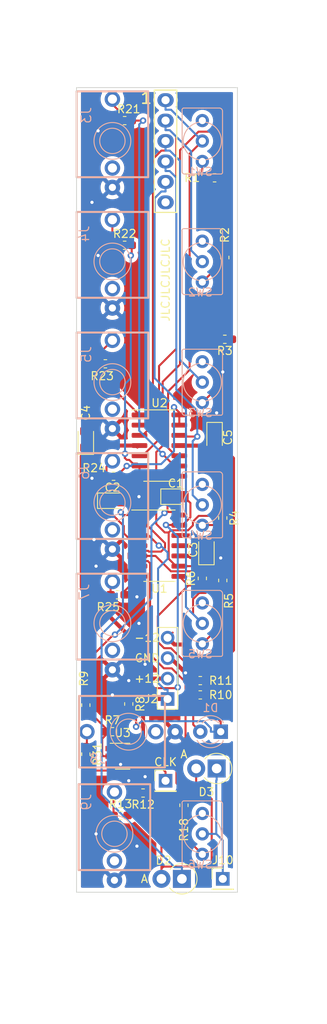
<source format=kicad_pcb>
(kicad_pcb (version 20171130) (host pcbnew "(5.1.5-0)")
  (layers (0 F.Cu signal) (31 B.Cu signal) (34 B.Paste user) (35 F.Paste user) (36 B.SilkS user) (37 F.SilkS user) (38 B.Mask user) (39 F.Mask user) (44 Edge.Cuts user))
  (net 0 "")
  (net 1 "Net-(SW1-Pad3)")
  (net 2 "Net-(SW2-Pad3)")
  (net 3 "Net-(SW3-Pad3)")
  (net 4 "Net-(SW4-Pad3)")
  (net 5 "Net-(SW5-Pad3)")
  (net 6 "Net-(J3-Pad3)")
  (net 7 "Net-(J3-Pad1)")
  (net 8 "Net-(J4-Pad3)")
  (net 9 "Net-(J4-Pad1)")
  (net 10 "Net-(J5-Pad3)")
  (net 11 "Net-(J5-Pad1)")
  (net 12 "Net-(J6-Pad3)")
  (net 13 "Net-(J6-Pad1)")
  (net 14 "Net-(J7-Pad3)")
  (net 15 "Net-(J7-Pad1)")
  (net 16 "Net-(J1-Pad5)")
  (net 17 "Net-(J1-Pad4)")
  (net 18 "Net-(J1-Pad3)")
  (net 19 "Net-(J1-Pad2)")
  (net 20 "Net-(J1-Pad1)")
  (net 21 +5V)
  (net 22 +12V)
  (net 23 -12V)
  (net 24 "Net-(J8-Pad3)")
  (net 25 "Net-(J8-Pad1)")
  (net 26 "Net-(R1-Pad1)")
  (net 27 "Net-(R2-Pad2)")
  (net 28 "Net-(R3-Pad2)")
  (net 29 "Net-(R4-Pad2)")
  (net 30 "Net-(R5-Pad2)")
  (net 31 "Net-(C1-Pad1)")
  (net 32 "Net-(C1-Pad2)")
  (net 33 "Net-(R1-Pad2)")
  (net 34 "Net-(D1-Pad1)")
  (net 35 "Net-(D1-Pad2)")
  (net 36 "Net-(D2-Pad2)")
  (net 37 "Net-(D2-Pad1)")
  (net 38 /HLD_IN)
  (net 39 "Net-(J9-Pad3)")
  (net 40 "Net-(J9-Pad1)")
  (net 41 "Net-(R12-Pad1)")
  (net 42 "Net-(R18-Pad2)")
  (net 43 "Net-(SW6-Pad3)")
  (net 44 "Net-(J1-Pad6)")
  (net 45 "Net-(R10-Pad1)")
  (net 46 "Net-(R21-Pad2)")
  (net 47 "Net-(R22-Pad2)")
  (net 48 "Net-(R23-Pad2)")
  (net 49 "Net-(R24-Pad2)")
  (net 50 "Net-(R25-Pad2)")
  (net 51 "Net-(J11-Pad1)")
  (net 52 "Net-(R7-Pad1)")
  (net 53 "Net-(R31-Pad2)")
  (net 54 GND)
  (module Package_TO_SOT_SMD:SOT-23-5_HandSoldering (layer F.Cu) (at 125.73 133.096)
    (fp_text reference U3 (at 0 -2.9) (layer F.SilkS))
    (fp_text value 74AHC1G08)
    (pad 5 smd rect (at 1.35 -0.95) (size 1.56 0.65) (layers F.Cu F.Paste F.Mask) (net 21 +5V))
    (pad 4 smd rect (at 1.35 0.95) (size 1.56 0.65) (layers F.Cu F.Paste F.Mask) (net 53 "Net-(R31-Pad2)"))
    (pad 3 smd rect (at -1.35 0.95) (size 1.56 0.65) (layers F.Cu F.Paste F.Mask) (net 54 GND))
    (pad 2 smd rect (at -1.35 0) (size 1.56 0.65) (layers F.Cu F.Paste F.Mask) (net 52 "Net-(R7-Pad1)"))
    (pad 1 smd rect (at -1.35 -0.95) (size 1.56 0.65) (layers F.Cu F.Paste F.Mask) (net 51 "Net-(J11-Pad1)"))
  )
  (module Resistor_SMD:R_0603_1608Metric_Pad1.05x0.95mm_HandSolder (layer F.Cu) (at 121.158 132.842 270)
    (fp_text reference R31 (at 0 -1.43 90) (layer F.SilkS))
    (fp_text value 1k)
    (pad 2 smd roundrect (at 0.875 0 270) (size 1.05 0.95) (layers F.Cu F.Paste F.Mask) (net 53 "Net-(R31-Pad2)"))
    (pad 1 smd roundrect (at -0.875 0 270) (size 1.05 0.95) (layers F.Cu F.Paste F.Mask) (net 25 "Net-(J8-Pad1)"))
  )
  (module Connector_PinHeader_2.54mm:PinHeader_1x01_P2.54mm_Vertical (layer F.Cu) (at 131.064 136.144)
    (fp_text reference CLK (at 0 -2.33) (layer F.SilkS))
    (fp_text value Conn_01x01_MountingPin)
    (pad 1 thru_hole rect (at 0 0) (size 1.7 1.7) (drill 1) (layers *.Cu *.Mask) (net 51 "Net-(J11-Pad1)"))
  )
  (module Resistor_SMD:R_0603_1608Metric_Pad1.05x0.95mm_HandSolder (layer F.Cu) (at 125.109 113.03)
    (fp_text reference R25 (at -1.157 1.524) (layer F.SilkS))
    (fp_text value 1k)
    (pad 2 smd roundrect (at 0.875 0) (size 1.05 0.95) (layers F.Cu F.Paste F.Mask) (net 50 "Net-(R25-Pad2)"))
    (pad 1 smd roundrect (at -0.875 0) (size 1.05 0.95) (layers F.Cu F.Paste F.Mask) (net 15 "Net-(J7-Pad1)"))
  )
  (module Resistor_SMD:R_0603_1608Metric_Pad1.05x0.95mm_HandSolder (layer F.Cu) (at 124.601 98.298)
    (fp_text reference R24 (at -2.427 -1.016) (layer F.SilkS))
    (fp_text value 1k)
    (pad 2 smd roundrect (at 0.875 0) (size 1.05 0.95) (layers F.Cu F.Paste F.Mask) (net 49 "Net-(R24-Pad2)"))
    (pad 1 smd roundrect (at -0.875 0) (size 1.05 0.95) (layers F.Cu F.Paste F.Mask) (net 13 "Net-(J6-Pad1)"))
  )
  (module Resistor_SMD:R_0603_1608Metric_Pad1.05x0.95mm_HandSolder (layer F.Cu) (at 123.585 84.328)
    (fp_text reference R23 (at -0.395 1.524) (layer F.SilkS))
    (fp_text value 1k)
    (pad 2 smd roundrect (at 0.875 0) (size 1.05 0.95) (layers F.Cu F.Paste F.Mask) (net 48 "Net-(R23-Pad2)"))
    (pad 1 smd roundrect (at -0.875 0) (size 1.05 0.95) (layers F.Cu F.Paste F.Mask) (net 11 "Net-(J5-Pad1)"))
  )
  (module Resistor_SMD:R_0603_1608Metric_Pad1.05x0.95mm_HandSolder (layer F.Cu) (at 125.984 69.596)
    (fp_text reference R22 (at 0 -1.43) (layer F.SilkS))
    (fp_text value 1k)
    (pad 2 smd roundrect (at 0.875 0) (size 1.05 0.95) (layers F.Cu F.Paste F.Mask) (net 47 "Net-(R22-Pad2)"))
    (pad 1 smd roundrect (at -0.875 0) (size 1.05 0.95) (layers F.Cu F.Paste F.Mask) (net 9 "Net-(J4-Pad1)"))
  )
  (module Resistor_SMD:R_0603_1608Metric_Pad1.05x0.95mm_HandSolder (layer F.Cu) (at 125.984 54.102)
    (fp_text reference R21 (at 0.508 -1.43) (layer F.SilkS))
    (fp_text value 1k)
    (pad 2 smd roundrect (at 0.875 0) (size 1.05 0.95) (layers F.Cu F.Paste F.Mask) (net 46 "Net-(R21-Pad2)"))
    (pad 1 smd roundrect (at -0.875 0) (size 1.05 0.95) (layers F.Cu F.Paste F.Mask) (net 7 "Net-(J3-Pad1)"))
  )
  (module Connector_PinHeader_2.54mm:PinHeader_1x01_P2.54mm_Vertical (layer F.Cu) (at 138.176 148.336)
    (fp_text reference J10 (at 0 -2.33) (layer F.SilkS))
    (fp_text value Conn_01x01 hide)
    (pad 1 thru_hole rect (at 0 0) (size 1.7 1.7) (drill 1) (layers *.Cu *.Mask) (net 38 /HLD_IN))
  )
  (module Resistor_SMD:R_0603_1608Metric_Pad1.05x0.95mm_HandSolder (layer F.Cu) (at 133.35 139.192 270)
    (fp_text reference R18 (at 3.048 0 90) (layer F.SilkS))
    (fp_text value 10k)
    (pad 2 smd roundrect (at 0.875 0 270) (size 1.05 0.95) (layers F.Cu F.Paste F.Mask) (net 42 "Net-(R18-Pad2)"))
    (pad 1 smd roundrect (at -0.875 0 270) (size 1.05 0.95) (layers F.Cu F.Paste F.Mask) (net 21 +5V))
  )
  (module Resistor_SMD:R_0603_1608Metric_Pad1.05x0.95mm_HandSolder (layer F.Cu) (at 125.476 140.462)
    (fp_text reference R13 (at 0 -1.43) (layer F.SilkS))
    (fp_text value 100k)
    (pad 2 smd roundrect (at 0.875 0) (size 1.05 0.95) (layers F.Cu F.Paste F.Mask) (net 36 "Net-(D2-Pad2)"))
    (pad 1 smd roundrect (at -0.875 0) (size 1.05 0.95) (layers F.Cu F.Paste F.Mask) (net 40 "Net-(J9-Pad1)"))
  )
  (module Resistor_SMD:R_0603_1608Metric_Pad1.05x0.95mm_HandSolder (layer F.Cu) (at 128.27 137.668 180)
    (fp_text reference R12 (at 0 -1.43) (layer F.SilkS))
    (fp_text value 100k)
    (pad 2 smd roundrect (at 0.875 0 180) (size 1.05 0.95) (layers F.Cu F.Paste F.Mask) (net 36 "Net-(D2-Pad2)"))
    (pad 1 smd roundrect (at -0.875 0 180) (size 1.05 0.95) (layers F.Cu F.Paste F.Mask) (net 41 "Net-(R12-Pad1)"))
  )
  (module Resistor_SMD:R_0603_1608Metric_Pad1.05x0.95mm_HandSolder (layer F.Cu) (at 121.158 126.746 90)
    (fp_text reference R9 (at 3.302 -0.254 90) (layer F.SilkS))
    (fp_text value 330R)
    (pad 2 smd roundrect (at 0.875 0 90) (size 1.05 0.95) (layers F.Cu F.Paste F.Mask) (net 31 "Net-(C1-Pad1)"))
    (pad 1 smd roundrect (at -0.875 0 90) (size 1.05 0.95) (layers F.Cu F.Paste F.Mask) (net 52 "Net-(R7-Pad1)"))
  )
  (module Resistor_SMD:R_0603_1608Metric_Pad1.05x0.95mm_HandSolder (layer F.Cu) (at 124.46 130.048)
    (fp_text reference R7 (at 0 -1.43) (layer F.SilkS))
    (fp_text value 100k)
    (pad 2 smd roundrect (at 0.875 0) (size 1.05 0.95) (layers F.Cu F.Paste F.Mask) (net 32 "Net-(C1-Pad2)"))
    (pad 1 smd roundrect (at -0.875 0) (size 1.05 0.95) (layers F.Cu F.Paste F.Mask) (net 52 "Net-(R7-Pad1)"))
  )
  (module Resistor_SMD:R_0603_1608Metric_Pad1.05x0.95mm_HandSolder (layer F.Cu) (at 126.492 126.605 270)
    (fp_text reference R8 (at 0 -1.43 90) (layer F.SilkS))
    (fp_text value 100k)
    (pad 2 smd roundrect (at 0.875 0 270) (size 1.05 0.95) (layers F.Cu F.Paste F.Mask) (net 34 "Net-(D1-Pad1)"))
    (pad 1 smd roundrect (at -0.875 0 270) (size 1.05 0.95) (layers F.Cu F.Paste F.Mask) (net 32 "Net-(C1-Pad2)"))
  )
  (module Resistor_SMD:R_0603_1608Metric_Pad1.05x0.95mm_HandSolder (layer F.Cu) (at 135.382 123.698 180)
    (fp_text reference R10 (at -2.54 -1.778) (layer F.SilkS))
    (fp_text value 680R)
    (pad 2 smd roundrect (at 0.875 0 180) (size 1.05 0.95) (layers F.Cu F.Paste F.Mask) (net 54 GND))
    (pad 1 smd roundrect (at -0.875 0 180) (size 1.05 0.95) (layers F.Cu F.Paste F.Mask) (net 45 "Net-(R10-Pad1)"))
  )
  (module Resistor_SMD:R_0603_1608Metric_Pad1.05x0.95mm_HandSolder (layer F.Cu) (at 135.382 125.476)
    (fp_text reference R11 (at 2.54 -1.778) (layer F.SilkS))
    (fp_text value 1k)
    (pad 2 smd roundrect (at 0.875 0) (size 1.05 0.95) (layers F.Cu F.Paste F.Mask) (net 45 "Net-(R10-Pad1)"))
    (pad 1 smd roundrect (at -0.875 0) (size 1.05 0.95) (layers F.Cu F.Paste F.Mask) (net 35 "Net-(D1-Pad2)"))
  )
  (module Resistor_SMD:R_0603_1608Metric_Pad1.05x0.95mm_HandSolder (layer F.Cu) (at 135.636 110.998 90)
    (fp_text reference R6 (at 0 -1.43 90) (layer F.SilkS))
    (fp_text value 100k)
    (pad 2 smd roundrect (at 0.875 0 90) (size 1.05 0.95) (layers F.Cu F.Paste F.Mask) (net 33 "Net-(R1-Pad2)"))
    (pad 1 smd roundrect (at -0.875 0 90) (size 1.05 0.95) (layers F.Cu F.Paste F.Mask) (net 34 "Net-(D1-Pad1)"))
  )
  (module Resistor_SMD:R_0603_1608Metric_Pad1.05x0.95mm_HandSolder (layer F.Cu) (at 138.176 111.252 270)
    (fp_text reference R5 (at 2.54 -0.762 90) (layer F.SilkS))
    (fp_text value 100K)
    (pad 2 smd roundrect (at 0.875 0 270) (size 1.05 0.95) (layers F.Cu F.Paste F.Mask) (net 30 "Net-(R5-Pad2)"))
    (pad 1 smd roundrect (at -0.875 0 270) (size 1.05 0.95) (layers F.Cu F.Paste F.Mask) (net 33 "Net-(R1-Pad2)"))
  )
  (module Resistor_SMD:R_0603_1608Metric_Pad1.05x0.95mm_HandSolder (layer F.Cu) (at 138.176 103.491 270)
    (fp_text reference R4 (at 0 -1.43 90) (layer F.SilkS))
    (fp_text value 100K)
    (pad 2 smd roundrect (at 0.875 0 270) (size 1.05 0.95) (layers F.Cu F.Paste F.Mask) (net 29 "Net-(R4-Pad2)"))
    (pad 1 smd roundrect (at -0.875 0 270) (size 1.05 0.95) (layers F.Cu F.Paste F.Mask) (net 33 "Net-(R1-Pad2)"))
  )
  (module Resistor_SMD:R_0603_1608Metric_Pad1.05x0.95mm_HandSolder (layer F.Cu) (at 138.43 81.28 180)
    (fp_text reference R3 (at 0 -1.43) (layer F.SilkS))
    (fp_text value 100K)
    (pad 2 smd roundrect (at 0.875 0 180) (size 1.05 0.95) (layers F.Cu F.Paste F.Mask) (net 28 "Net-(R3-Pad2)"))
    (pad 1 smd roundrect (at -0.875 0 180) (size 1.05 0.95) (layers F.Cu F.Paste F.Mask) (net 33 "Net-(R1-Pad2)"))
  )
  (module Resistor_SMD:R_0603_1608Metric_Pad1.05x0.95mm_HandSolder (layer F.Cu) (at 138.43 71.12 270)
    (fp_text reference R2 (at -2.794 0 90) (layer F.SilkS))
    (fp_text value 100K)
    (pad 2 smd roundrect (at 0.875 0 270) (size 1.05 0.95) (layers F.Cu F.Paste F.Mask) (net 27 "Net-(R2-Pad2)"))
    (pad 1 smd roundrect (at -0.875 0 270) (size 1.05 0.95) (layers F.Cu F.Paste F.Mask) (net 33 "Net-(R1-Pad2)"))
  )
  (module Resistor_SMD:R_0603_1608Metric_Pad1.05x0.95mm_HandSolder (layer F.Cu) (at 137.16 61.214)
    (fp_text reference R1 (at -2.794 0) (layer F.SilkS))
    (fp_text value 100K)
    (pad 2 smd roundrect (at 0.875 0) (size 1.05 0.95) (layers F.Cu F.Paste F.Mask) (net 33 "Net-(R1-Pad2)"))
    (pad 1 smd roundrect (at -0.875 0) (size 1.05 0.95) (layers F.Cu F.Paste F.Mask) (net 26 "Net-(R1-Pad1)"))
  )
  (module Diode_THT:D_DO-15_P2.54mm_Vertical_AnodeUp (layer F.Cu) (at 137.414 134.62 180)
    (fp_text reference D3 (at 1.27 -2.92) (layer F.SilkS))
    (fp_text value 1N4148)
    (fp_text user A (at 4.064 1.778) (layer F.SilkS))
    (pad 2 thru_hole oval (at 2.54 0 180) (size 2.24 2.24) (drill 1.2) (layers *.Cu *.Mask) (net 36 "Net-(D2-Pad2)"))
    (pad 1 thru_hole rect (at 0 0 180) (size 2.24 2.24) (drill 1.2) (layers *.Cu *.Mask) (net 38 /HLD_IN))
  )
  (module Diode_THT:D_DO-15_P2.54mm_Vertical_AnodeUp (layer F.Cu) (at 133.096 148.336 180)
    (fp_text reference D2 (at 2.286 2.286) (layer F.SilkS))
    (fp_text value 1N4148)
    (fp_text user A (at 4.66 0) (layer F.SilkS))
    (pad 2 thru_hole oval (at 2.54 0 180) (size 2.24 2.24) (drill 1.2) (layers *.Cu *.Mask) (net 36 "Net-(D2-Pad2)"))
    (pad 1 thru_hole rect (at 0 0 180) (size 2.24 2.24) (drill 1.2) (layers *.Cu *.Mask) (net 37 "Net-(D2-Pad1)"))
  )
  (module Diode_SMD:D_0805_2012Metric_Pad1.15x1.40mm_HandSolder (layer F.Cu) (at 137.16 93.472 270)
    (fp_text reference C5 (at 0 -1.65 90) (layer F.SilkS))
    (fp_text value 100n)
    (pad 2 smd roundrect (at 1.025 0 270) (size 1.15 1.4) (layers F.Cu F.Paste F.Mask) (roundrect_rratio 0.217391) (net 23 -12V))
    (pad 1 smd roundrect (at -1.025 0 270) (size 1.15 1.4) (layers F.Cu F.Paste F.Mask) (roundrect_rratio 0.217391) (net 54 GND))
  )
  (module Diode_SMD:D_0805_2012Metric_Pad1.15x1.40mm_HandSolder (layer F.Cu) (at 121.158 93.726 90)
    (fp_text reference C4 (at 3.302 0 90) (layer F.SilkS))
    (fp_text value 100n)
    (pad 2 smd roundrect (at 1.025 0 90) (size 1.15 1.4) (layers F.Cu F.Paste F.Mask) (roundrect_rratio 0.217391) (net 54 GND))
    (pad 1 smd roundrect (at -1.025 0 90) (size 1.15 1.4) (layers F.Cu F.Paste F.Mask) (roundrect_rratio 0.217391) (net 22 +12V))
  )
  (module Diode_SMD:D_0805_2012Metric_Pad1.15x1.40mm_HandSolder (layer F.Cu) (at 136.144 107.442 90)
    (fp_text reference C3 (at 0 -1.65 90) (layer F.SilkS))
    (fp_text value 100n)
    (pad 2 smd roundrect (at 1.025 0 90) (size 1.15 1.4) (layers F.Cu F.Paste F.Mask) (roundrect_rratio 0.217391) (net 23 -12V))
    (pad 1 smd roundrect (at -1.025 0 90) (size 1.15 1.4) (layers F.Cu F.Paste F.Mask) (roundrect_rratio 0.217391) (net 54 GND))
  )
  (module Diode_SMD:D_0805_2012Metric_Pad1.15x1.40mm_HandSolder (layer F.Cu) (at 124.469 101.346)
    (fp_text reference C2 (at 0 -1.65) (layer F.SilkS))
    (fp_text value 100n)
    (pad 2 smd roundrect (at 1.025 0) (size 1.15 1.4) (layers F.Cu F.Paste F.Mask) (roundrect_rratio 0.217391) (net 54 GND))
    (pad 1 smd roundrect (at -1.025 0) (size 1.15 1.4) (layers F.Cu F.Paste F.Mask) (roundrect_rratio 0.217391) (net 22 +12V))
  )
  (module Diode_SMD:D_0805_2012Metric_Pad1.15x1.40mm_HandSolder (layer F.Cu) (at 132.334 100.838)
    (fp_text reference C1 (at 0 -1.65) (layer F.SilkS))
    (fp_text value 22p)
    (pad 2 smd roundrect (at 1.025 0) (size 1.15 1.4) (layers F.Cu F.Paste F.Mask) (roundrect_rratio 0.217391) (net 32 "Net-(C1-Pad2)"))
    (pad 1 smd roundrect (at -1.025 0) (size 1.15 1.4) (layers F.Cu F.Paste F.Mask) (roundrect_rratio 0.217391) (net 31 "Net-(C1-Pad1)"))
  )
  (module Package_SO:SOIC-14_3.9x8.7mm_P1.27mm (layer F.Cu) (at 130.302 94.488)
    (fp_text reference U2 (at 0 -5.28) (layer F.SilkS))
    (fp_text value TL074)
    (pad 14 smd roundrect (at 2.475 -3.81) (size 1.95 0.6) (layers F.Cu F.Paste F.Mask) (net 49 "Net-(R24-Pad2)"))
    (pad 13 smd roundrect (at 2.475 -2.54) (size 1.95 0.6) (layers F.Cu F.Paste F.Mask) (net 49 "Net-(R24-Pad2)"))
    (pad 12 smd roundrect (at 2.475 -1.27) (size 1.95 0.6) (layers F.Cu F.Paste F.Mask) (net 17 "Net-(J1-Pad4)"))
    (pad 11 smd roundrect (at 2.475 0) (size 1.95 0.6) (layers F.Cu F.Paste F.Mask) (net 23 -12V))
    (pad 10 smd roundrect (at 2.475 1.27) (size 1.95 0.6) (layers F.Cu F.Paste F.Mask) (net 20 "Net-(J1-Pad1)"))
    (pad 9 smd roundrect (at 2.475 2.54) (size 1.95 0.6) (layers F.Cu F.Paste F.Mask) (net 46 "Net-(R21-Pad2)"))
    (pad 8 smd roundrect (at 2.475 3.81) (size 1.95 0.6) (layers F.Cu F.Paste F.Mask) (net 46 "Net-(R21-Pad2)"))
    (pad 7 smd roundrect (at -2.475 3.81) (size 1.95 0.6) (layers F.Cu F.Paste F.Mask) (net 47 "Net-(R22-Pad2)"))
    (pad 6 smd roundrect (at -2.475 2.54) (size 1.95 0.6) (layers F.Cu F.Paste F.Mask) (net 47 "Net-(R22-Pad2)"))
    (pad 5 smd roundrect (at -2.475 1.27) (size 1.95 0.6) (layers F.Cu F.Paste F.Mask) (net 19 "Net-(J1-Pad2)"))
    (pad 4 smd roundrect (at -2.475 0) (size 1.95 0.6) (layers F.Cu F.Paste F.Mask) (net 22 +12V))
    (pad 3 smd roundrect (at -2.475 -1.27) (size 1.95 0.6) (layers F.Cu F.Paste F.Mask) (net 18 "Net-(J1-Pad3)"))
    (pad 2 smd roundrect (at -2.475 -2.54) (size 1.95 0.6) (layers F.Cu F.Paste F.Mask) (net 48 "Net-(R23-Pad2)"))
    (pad 1 smd roundrect (at -2.475 -3.81) (size 1.95 0.6) (layers F.Cu F.Paste F.Mask) (net 48 "Net-(R23-Pad2)"))
  )
  (module Package_SO:SOIC-14_3.9x8.7mm_P1.27mm (layer F.Cu) (at 130.302 106.934)
    (fp_text reference U1 (at 0 5.334) (layer F.SilkS))
    (fp_text value TL074)
    (pad 14 smd roundrect (at 2.475 -3.81) (size 1.95 0.6) (layers F.Cu F.Paste F.Mask) (net 31 "Net-(C1-Pad1)"))
    (pad 13 smd roundrect (at 2.475 -2.54) (size 1.95 0.6) (layers F.Cu F.Paste F.Mask) (net 32 "Net-(C1-Pad2)"))
    (pad 12 smd roundrect (at 2.475 -1.27) (size 1.95 0.6) (layers F.Cu F.Paste F.Mask) (net 54 GND))
    (pad 11 smd roundrect (at 2.475 0) (size 1.95 0.6) (layers F.Cu F.Paste F.Mask) (net 23 -12V))
    (pad 10 smd roundrect (at 2.475 1.27) (size 1.95 0.6) (layers F.Cu F.Paste F.Mask) (net 54 GND))
    (pad 9 smd roundrect (at 2.475 2.54) (size 1.95 0.6) (layers F.Cu F.Paste F.Mask) (net 33 "Net-(R1-Pad2)"))
    (pad 8 smd roundrect (at 2.475 3.81) (size 1.95 0.6) (layers F.Cu F.Paste F.Mask) (net 34 "Net-(D1-Pad1)"))
    (pad 7 smd roundrect (at -2.475 3.81) (size 1.95 0.6) (layers F.Cu F.Paste F.Mask) (net 50 "Net-(R25-Pad2)"))
    (pad 6 smd roundrect (at -2.475 2.54) (size 1.95 0.6) (layers F.Cu F.Paste F.Mask) (net 50 "Net-(R25-Pad2)"))
    (pad 5 smd roundrect (at -2.475 1.27) (size 1.95 0.6) (layers F.Cu F.Paste F.Mask) (net 16 "Net-(J1-Pad5)"))
    (pad 4 smd roundrect (at -2.475 0) (size 1.95 0.6) (layers F.Cu F.Paste F.Mask) (net 22 +12V))
    (pad 3 smd roundrect (at -2.475 -1.27) (size 1.95 0.6) (layers F.Cu F.Paste F.Mask) (net 21 +5V))
    (pad 2 smd roundrect (at -2.475 -2.54) (size 1.95 0.6) (layers F.Cu F.Paste F.Mask) (net 41 "Net-(R12-Pad1)"))
    (pad 1 smd roundrect (at -2.475 -3.81) (size 1.95 0.6) (layers F.Cu F.Paste F.Mask) (net 37 "Net-(D2-Pad1)"))
  )
  (module 4ms_Switch:Switch_Toggle_SPDT_SubMini (layer B.Cu) (at 135.636 142.748)
    (fp_text reference SW6 (at -1.88 4.4) (layer B.SilkS) (effects (justify right bottom mirror)))
    (fp_text value Toggle_SPDT_SubMini_2pos hide)
    (pad 3 thru_hole circle (at 0 -2.54) (size 1.651 1.651) (drill 0.889) (layers *.Cu *.Mask) (net 43 "Net-(SW6-Pad3)"))
    (pad 2 thru_hole circle (at 0 0) (size 1.651 1.651) (drill 0.889) (layers *.Cu *.Mask) (net 38 /HLD_IN))
    (pad 1 thru_hole circle (at 0 2.54) (size 1.651 1.651) (drill 0.889) (layers *.Cu *.Mask) (net 42 "Net-(R18-Pad2)"))
  )
  (module 4ms_Jack:EighthInch_PJ398SM (layer B.Cu) (at 124.714 142.748 270)
    (fp_text reference J9 (at -5.08 2.794 90) (layer B.SilkS) (effects (font (size 1.2065 1.2065) (thickness 0.1524)) (justify left bottom mirror)))
    (fp_text value 3.5mm_Mono_Switched hide)
    (pad 3 thru_hole circle (at 3.3528 0 270) (size 1.9304 1.9304) (drill 1.143) (layers *.Cu *.Mask) (net 39 "Net-(J9-Pad3)"))
    (pad 2 thru_hole circle (at 5.7658 0 270) (size 1.9304 1.9304) (drill 0.889) (layers *.Cu *.Mask) (net 54 GND))
    (pad 1 thru_hole circle (at -5.207 0 270) (size 1.9304 1.9304) (drill 1.143) (layers *.Cu *.Mask) (net 40 "Net-(J9-Pad1)"))
  )
  (module LED_THT:LED_D3.0mm (layer B.Cu) (at 137.922 130.048 180)
    (fp_text reference D1 (at 1.27 2.96) (layer B.SilkS) (effects (justify mirror)))
    (fp_text value LED)
    (pad 2 thru_hole circle (at 2.54 0 180) (size 1.8 1.8) (drill 0.9) (layers *.Cu *.Mask) (net 35 "Net-(D1-Pad2)"))
    (pad 1 thru_hole rect (at 0 0 180) (size 1.8 1.8) (drill 0.9) (layers *.Cu *.Mask) (net 34 "Net-(D1-Pad1)"))
  )
  (module 4ms_Jack:EighthInch_PJ398SM (layer B.Cu) (at 126.492 130.048)
    (fp_text reference J8 (at -5.0172 4.064) (layer B.SilkS) (effects (font (size 1.2065 1.2065) (thickness 0.1524)) (justify right bottom mirror)))
    (fp_text value 3.5mm_Mono_Switched hide)
    (pad 3 thru_hole circle (at 3.3528 0) (size 1.9304 1.9304) (drill 1.143) (layers *.Cu *.Mask) (net 24 "Net-(J8-Pad3)"))
    (pad 2 thru_hole circle (at 5.7658 0) (size 1.9304 1.9304) (drill 0.889) (layers *.Cu *.Mask) (net 54 GND))
    (pad 1 thru_hole circle (at -5.207 0) (size 1.9304 1.9304) (drill 1.143) (layers *.Cu *.Mask) (net 25 "Net-(J8-Pad1)"))
  )
  (module 4ms_Connector:Pins_1x04_2.54mm_TH (layer F.Cu) (at 131.318 122.174 180)
    (fp_text reference J2 (at 2.032 -3.81) (layer F.SilkS))
    (fp_text value Conn_01x04 hide)
    (pad 1 thru_hole rect (at 0 -3.81 180) (size 1.7 1.7) (drill 1) (layers *.Cu *.Mask) (net 21 +5V))
    (pad 2 thru_hole oval (at 0 -1.27 180) (size 1.7 1.7) (drill 1) (layers *.Cu *.Mask) (net 22 +12V))
    (pad 3 thru_hole oval (at 0 1.27 180) (size 1.7 1.7) (drill 1) (layers *.Cu *.Mask) (net 54 GND))
    (pad 4 thru_hole oval (at 0 3.81 180) (size 1.7 1.7) (drill 1) (layers *.Cu *.Mask) (net 23 -12V))
  )
  (module 4ms_Connector:Pins_1x06_2.54mm_TH_SWD (layer F.Cu) (at 131.064 57.912)
    (fp_text reference J1 hide)
    (fp_text value Conn_01x06 hide)
    (fp_text user 1 (at -2.4 -6.65) (layer F.SilkS) (effects (font (size 1.5 1.5) (thickness 0.2))))
    (pad 6 thru_hole oval (at 0 6.35) (size 2.032 1.7272) (drill 1.016) (layers *.Cu *.Mask) (net 44 "Net-(J1-Pad6)"))
    (pad 5 thru_hole oval (at 0 3.81) (size 2.032 1.7272) (drill 1.016) (layers *.Cu *.Mask) (net 16 "Net-(J1-Pad5)"))
    (pad 4 thru_hole oval (at 0 1.27) (size 2.032 1.7272) (drill 1.016) (layers *.Cu *.Mask) (net 17 "Net-(J1-Pad4)"))
    (pad 3 thru_hole oval (at 0 -1.27) (size 2.032 1.7272) (drill 1.016) (layers *.Cu *.Mask) (net 18 "Net-(J1-Pad3)"))
    (pad 2 thru_hole oval (at 0 -3.81) (size 2.032 1.7272) (drill 1.016) (layers *.Cu *.Mask) (net 19 "Net-(J1-Pad2)"))
    (pad 1 thru_hole oval (at 0 -6.35) (size 2.032 1.7272) (drill 1.016) (layers *.Cu *.Mask) (net 20 "Net-(J1-Pad1)"))
  )
  (module 4ms_Jack:EighthInch_PJ398SM (layer B.Cu) (at 124.46 116.586 270)
    (fp_text reference J7 (at -5.0172 2.794 90) (layer B.SilkS) (effects (font (size 1.2065 1.2065) (thickness 0.1524)) (justify left bottom mirror)))
    (fp_text value 3.5mm_Mono_Switched hide)
    (pad 3 thru_hole circle (at 3.3528 0 270) (size 1.9304 1.9304) (drill 1.143) (layers *.Cu *.Mask) (net 14 "Net-(J7-Pad3)"))
    (pad 2 thru_hole circle (at 5.7658 0 270) (size 1.9304 1.9304) (drill 0.889) (layers *.Cu *.Mask) (net 54 GND))
    (pad 1 thru_hole circle (at -5.207 0 270) (size 1.9304 1.9304) (drill 1.143) (layers *.Cu *.Mask) (net 15 "Net-(J7-Pad1)"))
  )
  (module 4ms_Jack:EighthInch_PJ398SM (layer B.Cu) (at 124.46 101.6 270)
    (fp_text reference J6 (at -5.0172 2.794 90) (layer B.SilkS) (effects (font (size 1.2065 1.2065) (thickness 0.1524)) (justify left bottom mirror)))
    (fp_text value 3.5mm_Mono_Switched hide)
    (pad 3 thru_hole circle (at 3.3528 0 270) (size 1.9304 1.9304) (drill 1.143) (layers *.Cu *.Mask) (net 12 "Net-(J6-Pad3)"))
    (pad 2 thru_hole circle (at 5.7658 0 270) (size 1.9304 1.9304) (drill 0.889) (layers *.Cu *.Mask) (net 54 GND))
    (pad 1 thru_hole circle (at -5.207 0 270) (size 1.9304 1.9304) (drill 1.143) (layers *.Cu *.Mask) (net 13 "Net-(J6-Pad1)"))
  )
  (module 4ms_Jack:EighthInch_PJ398SM (layer B.Cu) (at 124.46 86.614 270)
    (fp_text reference J5 (at -4.572 2.54 90) (layer B.SilkS) (effects (font (size 1.2065 1.2065) (thickness 0.1524)) (justify left bottom mirror)))
    (fp_text value 3.5mm_Mono_Switched hide)
    (pad 3 thru_hole circle (at 3.3528 0 270) (size 1.9304 1.9304) (drill 1.143) (layers *.Cu *.Mask) (net 10 "Net-(J5-Pad3)"))
    (pad 2 thru_hole circle (at 5.7658 0 270) (size 1.9304 1.9304) (drill 0.889) (layers *.Cu *.Mask) (net 54 GND))
    (pad 1 thru_hole circle (at -5.207 0 270) (size 1.9304 1.9304) (drill 1.143) (layers *.Cu *.Mask) (net 11 "Net-(J5-Pad1)"))
  )
  (module 4ms_Jack:EighthInch_PJ398SM (layer B.Cu) (at 124.46 71.628 270)
    (fp_text reference J4 (at -4.572 2.794 90) (layer B.SilkS) (effects (font (size 1.2065 1.2065) (thickness 0.1524)) (justify left bottom mirror)))
    (fp_text value 3.5mm_Mono_Switched hide)
    (pad 3 thru_hole circle (at 3.3528 0 270) (size 1.9304 1.9304) (drill 1.143) (layers *.Cu *.Mask) (net 8 "Net-(J4-Pad3)"))
    (pad 2 thru_hole circle (at 5.7658 0 270) (size 1.9304 1.9304) (drill 0.889) (layers *.Cu *.Mask) (net 54 GND))
    (pad 1 thru_hole circle (at -5.207 0 270) (size 1.9304 1.9304) (drill 1.143) (layers *.Cu *.Mask) (net 9 "Net-(J4-Pad1)"))
  )
  (module 4ms_Jack:EighthInch_PJ398SM (layer B.Cu) (at 124.46 56.642 270)
    (fp_text reference J3 (at -4.318 2.54 90) (layer B.SilkS) (effects (font (size 1.2065 1.2065) (thickness 0.1524)) (justify left bottom mirror)))
    (fp_text value 3.5mm_Mono_Switched hide)
    (pad 3 thru_hole circle (at 3.3528 0 270) (size 1.9304 1.9304) (drill 1.143) (layers *.Cu *.Mask) (net 6 "Net-(J3-Pad3)"))
    (pad 2 thru_hole circle (at 5.7658 0 270) (size 1.9304 1.9304) (drill 0.889) (layers *.Cu *.Mask) (net 54 GND))
    (pad 1 thru_hole circle (at -5.207 0 270) (size 1.9304 1.9304) (drill 1.143) (layers *.Cu *.Mask) (net 7 "Net-(J3-Pad1)"))
  )
  (module 4ms_Switch:Switch_Toggle_SPDT_SubMini (layer B.Cu) (at 135.636 116.586)
    (fp_text reference SW5 (at -1.88 4.4) (layer B.SilkS) (effects (justify right bottom mirror)))
    (fp_text value Toggle_SPDT_SubMini_2pos hide)
    (pad 3 thru_hole circle (at 0 -2.54) (size 1.651 1.651) (drill 0.889) (layers *.Cu *.Mask) (net 5 "Net-(SW5-Pad3)"))
    (pad 2 thru_hole circle (at 0 0) (size 1.651 1.651) (drill 0.889) (layers *.Cu *.Mask) (net 16 "Net-(J1-Pad5)"))
    (pad 1 thru_hole circle (at 0 2.54) (size 1.651 1.651) (drill 0.889) (layers *.Cu *.Mask) (net 30 "Net-(R5-Pad2)"))
  )
  (module 4ms_Switch:Switch_Toggle_SPDT_SubMini (layer B.Cu) (at 135.636 101.854)
    (fp_text reference SW4 (at -1.88 4.4) (layer B.SilkS) (effects (justify right bottom mirror)))
    (fp_text value Toggle_SPDT_SubMini_2pos hide)
    (pad 3 thru_hole circle (at 0 -2.54) (size 1.651 1.651) (drill 0.889) (layers *.Cu *.Mask) (net 4 "Net-(SW4-Pad3)"))
    (pad 2 thru_hole circle (at 0 0) (size 1.651 1.651) (drill 0.889) (layers *.Cu *.Mask) (net 17 "Net-(J1-Pad4)"))
    (pad 1 thru_hole circle (at 0 2.54) (size 1.651 1.651) (drill 0.889) (layers *.Cu *.Mask) (net 29 "Net-(R4-Pad2)"))
  )
  (module 4ms_Switch:Switch_Toggle_SPDT_SubMini (layer B.Cu) (at 135.636 86.614)
    (fp_text reference SW3 (at -1.88 4.4) (layer B.SilkS) (effects (justify right bottom mirror)))
    (fp_text value Toggle_SPDT_SubMini_2pos hide)
    (pad 3 thru_hole circle (at 0 -2.54) (size 1.651 1.651) (drill 0.889) (layers *.Cu *.Mask) (net 3 "Net-(SW3-Pad3)"))
    (pad 2 thru_hole circle (at 0 0) (size 1.651 1.651) (drill 0.889) (layers *.Cu *.Mask) (net 18 "Net-(J1-Pad3)"))
    (pad 1 thru_hole circle (at 0 2.54) (size 1.651 1.651) (drill 0.889) (layers *.Cu *.Mask) (net 28 "Net-(R3-Pad2)"))
  )
  (module 4ms_Switch:Switch_Toggle_SPDT_SubMini (layer B.Cu) (at 135.636 71.628)
    (fp_text reference SW2 (at -1.88 4.4) (layer B.SilkS) (effects (justify right bottom mirror)))
    (fp_text value Toggle_SPDT_SubMini_2pos hide)
    (pad 3 thru_hole circle (at 0 -2.54) (size 1.651 1.651) (drill 0.889) (layers *.Cu *.Mask) (net 2 "Net-(SW2-Pad3)"))
    (pad 2 thru_hole circle (at 0 0) (size 1.651 1.651) (drill 0.889) (layers *.Cu *.Mask) (net 19 "Net-(J1-Pad2)"))
    (pad 1 thru_hole circle (at 0 2.54) (size 1.651 1.651) (drill 0.889) (layers *.Cu *.Mask) (net 27 "Net-(R2-Pad2)"))
  )
  (module 4ms_Switch:Switch_Toggle_SPDT_SubMini (layer B.Cu) (at 135.636 56.642)
    (fp_text reference SW1 (at -1.88 4.4) (layer B.SilkS) (effects (justify right bottom mirror)))
    (fp_text value Toggle_SPDT_SubMini_2pos hide)
    (pad 3 thru_hole circle (at 0 -2.54) (size 1.651 1.651) (drill 0.889) (layers *.Cu *.Mask) (net 1 "Net-(SW1-Pad3)"))
    (pad 2 thru_hole circle (at 0 0) (size 1.651 1.651) (drill 0.889) (layers *.Cu *.Mask) (net 20 "Net-(J1-Pad1)"))
    (pad 1 thru_hole circle (at 0 2.54) (size 1.651 1.651) (drill 0.889) (layers *.Cu *.Mask) (net 26 "Net-(R1-Pad1)"))
  )
  (gr_text JLCJLCJLCJLC (at 131.064 73.914 90) (layer F.SilkS) (effects (font (size 1 1))))
  (gr_text -12 (at 128.778 118.364) (layer F.SilkS) (effects (font (size 1 1))))
  (gr_text GND (at 128.778 120.904) (layer F.SilkS) (effects (font (size 1 1))))
  (gr_text +12 (at 128.778 123.444) (layer F.SilkS) (effects (font (size 1 1))))
  (gr_line (start 120 50) (end 120 150) (layer Edge.Cuts) (width 0.1))
  (gr_line (start 140 50) (end 140 150) (layer Edge.Cuts) (width 0.1))
  (gr_line (start 120 50) (end 140 50) (layer Edge.Cuts) (width 0.1))
  (gr_line (start 140 150) (end 120 150) (layer Edge.Cuts) (width 0.1))
  (segment (start 135.636 114.046) (end 136.257 114.046) (width 0.25) (layer F.Cu) (net 5))
  (segment (start 124.46 51.435) (end 124.46 52.07) (width 0.25) (layer F.Cu) (net 7))
  (segment (start 125.109 52.719) (end 125.109 54.102) (width 0.25) (layer F.Cu) (net 7))
  (segment (start 124.46 52.07) (end 125.109 52.719) (width 0.25) (layer F.Cu) (net 7))
  (segment (start 124.584 69.596) (end 125.109 69.596) (width 0.25) (layer F.Cu) (net 9))
  (segment (start 124.46 69.472) (end 124.584 69.596) (width 0.25) (layer F.Cu) (net 9))
  (segment (start 124.46 66.421) (end 124.46 69.472) (width 0.25) (layer F.Cu) (net 9))
  (segment (start 122.71 83.157) (end 124.46 81.407) (width 0.25) (layer F.Cu) (net 11))
  (segment (start 122.71 84.328) (end 122.71 83.157) (width 0.25) (layer F.Cu) (net 11))
  (segment (start 124.46 96.393) (end 124.8682 96.8012) (width 0.25) (layer B.Cu) (net 13))
  (segment (start 123.726 97.127) (end 124.46 96.393) (width 0.25) (layer F.Cu) (net 13))
  (segment (start 123.726 98.298) (end 123.726 97.127) (width 0.25) (layer F.Cu) (net 13))
  (segment (start 124.234 111.605) (end 124.46 111.379) (width 0.25) (layer F.Cu) (net 15))
  (segment (start 124.234 113.03) (end 124.234 111.605) (width 0.25) (layer F.Cu) (net 15))
  (segment (start 131.064 61.722) (end 131.064 62.9109) (width 0.25) (layer B.Cu) (net 16))
  (segment (start 131.064 62.9109) (end 130.5439 62.9109) (width 0.25) (layer B.Cu) (net 16))
  (segment (start 130.5439 62.9109) (end 129.7017 63.7531) (width 0.25) (layer B.Cu) (net 16))
  (segment (start 129.7017 63.7531) (end 129.7017 86.1001) (width 0.25) (layer B.Cu) (net 16))
  (segment (start 129.7017 86.1001) (end 133.5988 89.9972) (width 0.25) (layer B.Cu) (net 16))
  (segment (start 133.5988 89.9972) (end 133.5988 114.5488) (width 0.25) (layer B.Cu) (net 16))
  (segment (start 133.5988 114.5488) (end 135.636 116.586) (width 0.25) (layer B.Cu) (net 16))
  (segment (start 135.636 116.586) (end 134.4851 115.4351) (width 0.25) (layer F.Cu) (net 16))
  (segment (start 134.4851 115.4351) (end 134.4851 113.5678) (width 0.25) (layer F.Cu) (net 16))
  (segment (start 134.4851 113.5678) (end 135.2467 112.8062) (width 0.25) (layer F.Cu) (net 16))
  (segment (start 135.2467 112.8062) (end 136.0502 112.8062) (width 0.25) (layer F.Cu) (net 16))
  (segment (start 136.0502 112.8062) (end 136.4394 112.417) (width 0.25) (layer F.Cu) (net 16))
  (segment (start 136.4394 112.417) (end 136.4394 111.3469) (width 0.25) (layer F.Cu) (net 16))
  (segment (start 136.4394 111.3469) (end 136.0905 110.998) (width 0.25) (layer F.Cu) (net 16))
  (segment (start 136.0905 110.998) (end 135.1621 110.998) (width 0.25) (layer F.Cu) (net 16))
  (segment (start 135.1621 110.998) (end 134.2821 110.118) (width 0.25) (layer F.Cu) (net 16))
  (segment (start 134.2821 110.118) (end 131.7414 110.118) (width 0.25) (layer F.Cu) (net 16))
  (segment (start 131.7414 110.118) (end 129.8274 108.204) (width 0.25) (layer F.Cu) (net 16))
  (segment (start 129.8274 108.204) (end 127.827 108.204) (width 0.25) (layer F.Cu) (net 16))
  (segment (start 131.064 59.182) (end 131.064 60.3709) (width 0.25) (layer B.Cu) (net 17))
  (segment (start 131.064 60.3709) (end 131.5841 60.3709) (width 0.25) (layer B.Cu) (net 17))
  (segment (start 131.5841 60.3709) (end 132.4053 61.1921) (width 0.25) (layer B.Cu) (net 17))
  (segment (start 132.4053 61.1921) (end 132.4053 87.5509) (width 0.25) (layer B.Cu) (net 17))
  (segment (start 132.4053 87.5509) (end 135.0076 90.1532) (width 0.25) (layer B.Cu) (net 17))
  (segment (start 135.0076 90.1532) (end 135.0076 93.3675) (width 0.25) (layer B.Cu) (net 17))
  (segment (start 135.0076 93.3675) (end 132.9265 93.3675) (width 0.25) (layer F.Cu) (net 17))
  (segment (start 132.9265 93.3675) (end 132.777 93.218) (width 0.25) (layer F.Cu) (net 17))
  (segment (start 135.636 101.854) (end 134.4367 100.6547) (width 0.25) (layer B.Cu) (net 17))
  (segment (start 134.4367 100.6547) (end 134.4367 93.9384) (width 0.25) (layer B.Cu) (net 17))
  (segment (start 134.4367 93.9384) (end 135.0076 93.3675) (width 0.25) (layer B.Cu) (net 17))
  (via (at 135.0076 93.3675) (size 0.8) (layers F.Cu B.Cu) (net 17))
  (segment (start 131.064 56.642) (end 131.064 57.8309) (width 0.25) (layer B.Cu) (net 18))
  (segment (start 131.064 57.8309) (end 131.5841 57.8309) (width 0.25) (layer B.Cu) (net 18))
  (segment (start 131.5841 57.8309) (end 132.8557 59.1025) (width 0.25) (layer B.Cu) (net 18))
  (segment (start 132.8557 59.1025) (end 132.8557 83.8337) (width 0.25) (layer B.Cu) (net 18))
  (segment (start 132.8557 83.8337) (end 135.636 86.614) (width 0.25) (layer B.Cu) (net 18))
  (segment (start 131.064 56.642) (end 131.064 57.8309) (width 0.25) (layer F.Cu) (net 18))
  (segment (start 131.064 57.8309) (end 130.5439 57.8309) (width 0.25) (layer F.Cu) (net 18))
  (segment (start 130.5439 57.8309) (end 129.4943 58.8805) (width 0.25) (layer F.Cu) (net 18))
  (segment (start 129.4943 58.8805) (end 129.4943 91.9345) (width 0.25) (layer F.Cu) (net 18))
  (segment (start 129.4943 91.9345) (end 128.2108 93.218) (width 0.25) (layer F.Cu) (net 18))
  (segment (start 128.2108 93.218) (end 127.827 93.218) (width 0.25) (layer F.Cu) (net 18))
  (segment (start 131.064 54.102) (end 131.064 55.2909) (width 0.25) (layer F.Cu) (net 19))
  (segment (start 131.064 55.2909) (end 131.5841 55.2909) (width 0.25) (layer F.Cu) (net 19))
  (segment (start 131.5841 55.2909) (end 132.4054 56.1122) (width 0.25) (layer F.Cu) (net 19))
  (segment (start 132.4054 56.1122) (end 132.4054 82.4489) (width 0.25) (layer F.Cu) (net 19))
  (segment (start 132.4054 82.4489) (end 130.2561 84.5982) (width 0.25) (layer F.Cu) (net 19))
  (segment (start 130.2561 84.5982) (end 130.2561 93.7185) (width 0.25) (layer F.Cu) (net 19))
  (segment (start 130.2561 93.7185) (end 128.2166 95.758) (width 0.25) (layer F.Cu) (net 19))
  (segment (start 128.2166 95.758) (end 127.827 95.758) (width 0.25) (layer F.Cu) (net 19))
  (segment (start 131.064 54.102) (end 131.064 55.2909) (width 0.25) (layer B.Cu) (net 19))
  (segment (start 131.064 55.2909) (end 131.5841 55.2909) (width 0.25) (layer B.Cu) (net 19))
  (segment (start 131.5841 55.2909) (end 134.2469 57.9537) (width 0.25) (layer B.Cu) (net 19))
  (segment (start 134.2469 57.9537) (end 134.2469 70.2389) (width 0.25) (layer B.Cu) (net 19))
  (segment (start 134.2469 70.2389) (end 135.636 71.628) (width 0.25) (layer B.Cu) (net 19))
  (segment (start 131.064 51.562) (end 131.064 52.7509) (width 0.25) (layer B.Cu) (net 20))
  (segment (start 131.064 52.7509) (end 131.7449 52.7509) (width 0.25) (layer B.Cu) (net 20))
  (segment (start 131.7449 52.7509) (end 135.636 56.642) (width 0.25) (layer B.Cu) (net 20))
  (segment (start 135.636 56.642) (end 134.055 58.223) (width 0.25) (layer F.Cu) (net 20))
  (segment (start 134.055 58.223) (end 134.055 85.0807) (width 0.25) (layer F.Cu) (net 20))
  (segment (start 134.055 85.0807) (end 131.3835 87.7522) (width 0.25) (layer F.Cu) (net 20))
  (segment (start 131.3835 87.7522) (end 131.3835 94.7928) (width 0.25) (layer F.Cu) (net 20))
  (segment (start 131.3835 94.7928) (end 132.3487 95.758) (width 0.25) (layer F.Cu) (net 20))
  (segment (start 132.3487 95.758) (end 132.777 95.758) (width 0.25) (layer F.Cu) (net 20))
  (segment (start 131.318 125.984) (end 131.318 124.809) (width 0.25) (layer B.Cu) (net 21))
  (segment (start 131.318 124.809) (end 130.951 124.809) (width 0.25) (layer B.Cu) (net 21))
  (segment (start 130.951 124.809) (end 130.137 123.995) (width 0.25) (layer B.Cu) (net 21))
  (segment (start 130.137 123.995) (end 130.137 109.759) (width 0.25) (layer B.Cu) (net 21))
  (segment (start 130.137 109.759) (end 131.325 108.57) (width 0.25) (layer B.Cu) (net 21))
  (segment (start 131.325 108.57) (end 131.325 107.791) (width 0.25) (layer B.Cu) (net 21))
  (segment (start 131.325 107.791) (end 130.452 106.917) (width 0.25) (layer B.Cu) (net 21))
  (segment (start 130.452 106.917) (end 130.231 106.917) (width 0.25) (layer B.Cu) (net 21))
  (segment (start 130.231 106.917) (end 128.978 105.664) (width 0.25) (layer F.Cu) (net 21))
  (segment (start 128.978 105.664) (end 127.827 105.664) (width 0.25) (layer F.Cu) (net 21))
  (via (at 130.231 106.917) (size 0.8) (layers F.Cu B.Cu) (net 21))
  (segment (start 131.08 134.236) (end 132.08 134.236) (width 0.5) (layer F.Cu) (net 21))
  (segment (start 128.27 126.492) (end 128.27 131.426) (width 0.5) (layer F.Cu) (net 21))
  (segment (start 131.318 125.984) (end 128.778 125.984) (width 0.5) (layer F.Cu) (net 21))
  (segment (start 128.27 131.426) (end 131.08 134.236) (width 0.5) (layer F.Cu) (net 21))
  (segment (start 128.778 125.984) (end 128.27 126.492) (width 0.5) (layer F.Cu) (net 21))
  (segment (start 132.54519 136.406376) (end 133.35 137.211186) (width 0.5) (layer F.Cu) (net 21))
  (segment (start 132.54519 134.83119) (end 132.54519 136.406376) (width 0.5) (layer F.Cu) (net 21))
  (segment (start 133.35 137.211186) (end 133.35 138.317) (width 0.5) (layer F.Cu) (net 21))
  (segment (start 127.55 132.146) (end 128.27 131.426) (width 0.5) (layer F.Cu) (net 21))
  (segment (start 127.08 132.146) (end 127.55 132.146) (width 0.5) (layer F.Cu) (net 21))
  (segment (start 132.08 134.366) (end 132.54519 134.83119) (width 0.5) (layer F.Cu) (net 21))
  (segment (start 132.08 134.236) (end 132.08 134.366) (width 0.5) (layer F.Cu) (net 21))
  (segment (start 123.444 102.046) (end 125.8768 104.4788) (width 0.25) (layer F.Cu) (net 22))
  (segment (start 125.8768 104.4788) (end 125.8768 105.3921) (width 0.25) (layer F.Cu) (net 22))
  (segment (start 125.8768 105.3921) (end 127.4187 106.934) (width 0.25) (layer F.Cu) (net 22))
  (segment (start 127.4187 106.934) (end 127.827 106.934) (width 0.25) (layer F.Cu) (net 22))
  (segment (start 123.444 101.346) (end 123.444 102.046) (width 0.25) (layer F.Cu) (net 22))
  (segment (start 131.318 123.444) (end 128.27 123.444) (width 0.5) (layer F.Cu) (net 22))
  (segment (start 128.27 123.444) (end 126.746 121.92) (width 0.5) (layer F.Cu) (net 22))
  (segment (start 126.746 121.92) (end 126.746 118.11) (width 0.5) (layer F.Cu) (net 22))
  (segment (start 126.746 118.364) (end 120.65 112.268) (width 0.5) (layer F.Cu) (net 22))
  (segment (start 120.65 112.014) (end 120.65 101.6) (width 0.5) (layer F.Cu) (net 22))
  (segment (start 121.158 94.751) (end 121.158 95.326) (width 0.5) (layer F.Cu) (net 22))
  (segment (start 121.158 95.326) (end 120.65 95.834) (width 0.5) (layer F.Cu) (net 22))
  (segment (start 120.65 95.834) (end 120.65 101.6) (width 0.5) (layer F.Cu) (net 22))
  (segment (start 120.65 101.6) (end 120.904 101.346) (width 0.5) (layer F.Cu) (net 22))
  (segment (start 120.904 101.346) (end 123.444 101.346) (width 0.5) (layer F.Cu) (net 22))
  (segment (start 121.158 94.751) (end 121.858 94.751) (width 0.5) (layer F.Cu) (net 22))
  (segment (start 121.858 94.751) (end 122.121 94.488) (width 0.5) (layer F.Cu) (net 22))
  (segment (start 122.121 94.488) (end 127.827 94.488) (width 0.5) (layer F.Cu) (net 22))
  (segment (start 127.564 94.751) (end 127.827 94.488) (width 0.25) (layer F.Cu) (net 22))
  (segment (start 137.16 94.497) (end 132.786 94.497) (width 0.5) (layer F.Cu) (net 23))
  (segment (start 132.786 94.497) (end 132.777 94.488) (width 0.5) (layer F.Cu) (net 23))
  (segment (start 139.446 106.68) (end 139.446 96.083) (width 0.5) (layer F.Cu) (net 23))
  (segment (start 139.446 96.083) (end 137.86 94.497) (width 0.5) (layer F.Cu) (net 23))
  (segment (start 137.86 94.497) (end 137.16 94.497) (width 0.5) (layer F.Cu) (net 23))
  (segment (start 135.636 106.417) (end 135.119 106.934) (width 0.5) (layer F.Cu) (net 23))
  (segment (start 135.119 106.934) (end 132.777 106.934) (width 0.5) (layer F.Cu) (net 23))
  (segment (start 139.446 106.68) (end 139.183 106.417) (width 0.5) (layer F.Cu) (net 23))
  (segment (start 139.183 106.417) (end 135.636 106.417) (width 0.5) (layer F.Cu) (net 23))
  (segment (start 131.318 118.364) (end 132.168 119.214) (width 0.5) (layer F.Cu) (net 23))
  (segment (start 132.168 119.214) (end 133.184 119.214) (width 0.5) (layer F.Cu) (net 23))
  (segment (start 133.184 119.214) (end 135.128 121.158) (width 0.5) (layer F.Cu) (net 23))
  (segment (start 135.128 121.158) (end 138.176 121.158) (width 0.5) (layer F.Cu) (net 23))
  (segment (start 138.176 121.158) (end 139.446 119.888) (width 0.5) (layer F.Cu) (net 23))
  (segment (start 139.446 119.888) (end 139.446 106.68) (width 0.5) (layer F.Cu) (net 23))
  (segment (start 131.318 118.364) (end 131.945 117.737) (width 0.25) (layer F.Cu) (net 23))
  (segment (start 121.285 131.84) (end 121.158 131.967) (width 0.25) (layer F.Cu) (net 25))
  (segment (start 121.285 130.048) (end 121.285 131.84) (width 0.25) (layer F.Cu) (net 25))
  (segment (start 135.76 61.214) (end 136.285 61.214) (width 0.25) (layer F.Cu) (net 26))
  (segment (start 135.636 61.09) (end 135.76 61.214) (width 0.25) (layer F.Cu) (net 26))
  (segment (start 135.636 59.182) (end 135.636 61.09) (width 0.25) (layer F.Cu) (net 26))
  (segment (start 137.809 71.995) (end 135.636 74.168) (width 0.25) (layer F.Cu) (net 27))
  (segment (start 138.43 71.995) (end 137.809 71.995) (width 0.25) (layer F.Cu) (net 27))
  (segment (start 137.555 81.755) (end 137.16 82.15) (width 0.25) (layer F.Cu) (net 28))
  (segment (start 137.555 81.28) (end 137.555 81.755) (width 0.25) (layer F.Cu) (net 28))
  (segment (start 137.16 87.63) (end 135.636 89.154) (width 0.25) (layer F.Cu) (net 28))
  (segment (start 137.16 82.15) (end 137.16 87.63) (width 0.25) (layer F.Cu) (net 28))
  (segment (start 135.664 104.366) (end 135.636 104.394) (width 0.25) (layer F.Cu) (net 29))
  (segment (start 138.176 104.366) (end 135.664 104.366) (width 0.25) (layer F.Cu) (net 29))
  (segment (start 138.176 116.586) (end 135.636 119.126) (width 0.25) (layer F.Cu) (net 30))
  (segment (start 138.176 112.127) (end 138.176 116.586) (width 0.25) (layer F.Cu) (net 30))
  (segment (start 131.309 102.7425) (end 131.0485 102.7425) (width 0.25) (layer F.Cu) (net 31))
  (segment (start 131.0485 102.7425) (end 130.9342 102.8568) (width 0.25) (layer F.Cu) (net 31))
  (segment (start 132.777 103.124) (end 132.3955 102.7425) (width 0.25) (layer F.Cu) (net 31))
  (segment (start 132.3955 102.7425) (end 131.309 102.7425) (width 0.25) (layer F.Cu) (net 31))
  (segment (start 131.309 102.7425) (end 131.309 100.838) (width 0.25) (layer F.Cu) (net 31))
  (segment (start 124.7778 117.9829) (end 124.5905 117.9829) (width 0.25) (layer F.Cu) (net 31))
  (segment (start 124.5905 117.9829) (end 121.158 121.4154) (width 0.25) (layer F.Cu) (net 31))
  (segment (start 121.158 121.4154) (end 121.158 125.871) (width 0.25) (layer F.Cu) (net 31))
  (segment (start 130.9342 102.8568) (end 129.31 104.481) (width 0.25) (layer B.Cu) (net 31))
  (segment (start 129.31 104.481) (end 129.31 113.4507) (width 0.25) (layer B.Cu) (net 31))
  (segment (start 129.31 113.4507) (end 124.7778 117.9829) (width 0.25) (layer B.Cu) (net 31))
  (via (at 124.7778 117.9829) (size 0.8) (layers F.Cu B.Cu) (net 31))
  (via (at 130.9342 102.8568) (size 0.8) (layers F.Cu B.Cu) (net 31))
  (segment (start 126.492 125.73) (end 125.335 126.887) (width 0.25) (layer F.Cu) (net 32))
  (segment (start 125.335 126.887) (end 125.335 130.048) (width 0.25) (layer F.Cu) (net 32))
  (segment (start 132.5807 124.5273) (end 132.4694 124.6386) (width 0.25) (layer F.Cu) (net 32))
  (segment (start 132.4694 124.6386) (end 127.5834 124.6386) (width 0.25) (layer F.Cu) (net 32))
  (segment (start 127.5834 124.6386) (end 126.492 125.73) (width 0.25) (layer F.Cu) (net 32))
  (segment (start 131.1111 104.3532) (end 132.5807 105.8228) (width 0.25) (layer B.Cu) (net 32))
  (segment (start 132.5807 105.8228) (end 132.5807 124.5273) (width 0.25) (layer B.Cu) (net 32))
  (segment (start 132.777 104.394) (end 132.7362 104.3532) (width 0.25) (layer F.Cu) (net 32))
  (segment (start 132.7362 104.3532) (end 131.1111 104.3532) (width 0.25) (layer F.Cu) (net 32))
  (segment (start 133.359 100.838) (end 134.1561 101.6351) (width 0.25) (layer F.Cu) (net 32))
  (segment (start 134.1561 101.6351) (end 134.1561 103.3997) (width 0.25) (layer F.Cu) (net 32))
  (segment (start 134.1561 103.3997) (end 133.1618 104.394) (width 0.25) (layer F.Cu) (net 32))
  (segment (start 133.1618 104.394) (end 132.777 104.394) (width 0.25) (layer F.Cu) (net 32))
  (via (at 132.5807 124.5273) (size 0.8) (layers F.Cu B.Cu) (net 32))
  (via (at 131.1111 104.3532) (size 0.8) (layers F.Cu B.Cu) (net 32))
  (segment (start 138.035 55.4756) (end 135.1583 55.4756) (width 0.25) (layer F.Cu) (net 33))
  (segment (start 135.1583 55.4756) (end 132.8558 57.7781) (width 0.25) (layer F.Cu) (net 33))
  (segment (start 132.8558 57.7781) (end 132.8558 84.4143) (width 0.25) (layer F.Cu) (net 33))
  (segment (start 132.8558 84.4143) (end 130.7065 86.5636) (width 0.25) (layer F.Cu) (net 33))
  (segment (start 130.7065 86.5636) (end 130.7065 94.5014) (width 0.25) (layer F.Cu) (net 33))
  (segment (start 130.7065 94.5014) (end 129.9112 95.2967) (width 0.25) (layer F.Cu) (net 33))
  (segment (start 129.9112 95.2967) (end 129.9112 104.2378) (width 0.25) (layer F.Cu) (net 33))
  (segment (start 129.9112 104.2378) (end 130.9626 105.2892) (width 0.25) (layer F.Cu) (net 33))
  (segment (start 130.9626 105.2892) (end 131.4522 105.2892) (width 0.25) (layer F.Cu) (net 33))
  (segment (start 131.4522 105.2892) (end 131.7214 105.02) (width 0.25) (layer F.Cu) (net 33))
  (segment (start 131.7214 105.02) (end 133.8527 105.02) (width 0.25) (layer F.Cu) (net 33))
  (segment (start 133.8527 105.02) (end 134.4635 104.4092) (width 0.25) (layer F.Cu) (net 33))
  (segment (start 134.4635 104.4092) (end 134.4635 103.9389) (width 0.25) (layer F.Cu) (net 33))
  (segment (start 134.4635 103.9389) (end 135.1765 103.2259) (width 0.25) (layer F.Cu) (net 33))
  (segment (start 135.1765 103.2259) (end 137.6569 103.2259) (width 0.25) (layer F.Cu) (net 33))
  (segment (start 132.777 109.474) (end 132.3704 109.474) (width 0.25) (layer F.Cu) (net 33))
  (segment (start 132.3704 109.474) (end 131.4522 108.5558) (width 0.25) (layer F.Cu) (net 33))
  (segment (start 131.4522 108.5558) (end 131.4522 105.2892) (width 0.25) (layer F.Cu) (net 33))
  (segment (start 138.43 70.471) (end 139.2725 69.6285) (width 0.25) (layer F.Cu) (net 33))
  (segment (start 139.2725 56.7131) (end 138.035 55.4756) (width 0.25) (layer F.Cu) (net 33))
  (segment (start 135.636 110.123) (end 134.987 109.474) (width 0.25) (layer F.Cu) (net 33))
  (segment (start 134.987 109.474) (end 132.777 109.474) (width 0.25) (layer F.Cu) (net 33))
  (segment (start 138.43 70.471) (end 139.305 71.346) (width 0.25) (layer F.Cu) (net 33))
  (segment (start 139.305 71.346) (end 139.305 81.28) (width 0.25) (layer F.Cu) (net 33))
  (segment (start 135.636 110.123) (end 135.89 110.377) (width 0.25) (layer F.Cu) (net 33))
  (segment (start 135.89 110.377) (end 138.176 110.377) (width 0.25) (layer F.Cu) (net 33))
  (segment (start 138.035 61.214) (end 139.192 61.214) (width 0.25) (layer F.Cu) (net 33))
  (segment (start 139.192 61.214) (end 139.2725 56.7131) (width 0.25) (layer F.Cu) (net 33))
  (segment (start 139.2725 69.6285) (end 139.192 61.214) (width 0.25) (layer F.Cu) (net 33))
  (segment (start 137.701 102.616) (end 138.176 102.616) (width 0.25) (layer F.Cu) (net 33))
  (segment (start 137.6569 102.6601) (end 137.701 102.616) (width 0.25) (layer F.Cu) (net 33))
  (segment (start 137.6569 103.2259) (end 137.6569 102.6601) (width 0.25) (layer F.Cu) (net 33))
  (segment (start 133.906 111.873) (end 135.636 111.873) (width 0.25) (layer F.Cu) (net 34))
  (segment (start 132.777 110.744) (end 133.906 111.873) (width 0.25) (layer F.Cu) (net 34))
  (segment (start 133.906 111.873) (end 130.1017 115.6773) (width 0.25) (layer F.Cu) (net 34))
  (segment (start 130.1017 115.6773) (end 130.1017 118.8846) (width 0.25) (layer F.Cu) (net 34))
  (segment (start 130.1017 118.8846) (end 130.8884 119.6713) (width 0.25) (layer F.Cu) (net 34))
  (segment (start 130.8884 119.6713) (end 131.7475 119.6713) (width 0.25) (layer F.Cu) (net 34))
  (segment (start 131.7475 119.6713) (end 133.8096 121.7334) (width 0.25) (layer F.Cu) (net 34))
  (segment (start 133.8096 121.7334) (end 133.8896 121.7334) (width 0.25) (layer F.Cu) (net 34))
  (segment (start 133.8896 121.7334) (end 135.382 123.2258) (width 0.25) (layer F.Cu) (net 34))
  (segment (start 135.382 123.2258) (end 135.382 126.2827) (width 0.25) (layer F.Cu) (net 34))
  (segment (start 135.382 126.2827) (end 137.922 128.8227) (width 0.25) (layer F.Cu) (net 34))
  (segment (start 137.922 130.048) (end 137.922 128.8227) (width 0.25) (layer F.Cu) (net 34))
  (segment (start 137.922 130.048) (end 136.6967 130.048) (width 0.25) (layer B.Cu) (net 34))
  (segment (start 127.4021 129.4306) (end 127.4021 128.3901) (width 0.25) (layer F.Cu) (net 34))
  (segment (start 127.4021 128.3901) (end 126.492 127.48) (width 0.25) (layer F.Cu) (net 34))
  (segment (start 136.6967 130.048) (end 136.6967 129.5885) (width 0.25) (layer B.Cu) (net 34))
  (segment (start 136.6967 129.5885) (end 135.8519 128.7437) (width 0.25) (layer B.Cu) (net 34))
  (segment (start 135.8519 128.7437) (end 128.089 128.7437) (width 0.25) (layer B.Cu) (net 34))
  (segment (start 128.089 128.7437) (end 127.4021 129.4306) (width 0.25) (layer B.Cu) (net 34))
  (via (at 127.4021 129.4306) (size 0.8) (layers F.Cu B.Cu) (net 34))
  (segment (start 135.382 130.048) (end 134.507 129.173) (width 0.25) (layer F.Cu) (net 35))
  (segment (start 134.507 129.173) (end 134.507 125.476) (width 0.25) (layer F.Cu) (net 35))
  (segment (start 130.556 143.623) (end 127.395 140.462) (width 0.25) (layer F.Cu) (net 36))
  (segment (start 127.395 140.462) (end 127.395 137.668) (width 0.25) (layer F.Cu) (net 36))
  (segment (start 126.351 140.462) (end 127.395 140.462) (width 0.25) (layer F.Cu) (net 36))
  (segment (start 136.7987 138.4132) (end 136.7987 146.4113) (width 0.25) (layer F.Cu) (net 36))
  (segment (start 134.874 136.4885) (end 136.7987 138.4132) (width 0.25) (layer F.Cu) (net 36))
  (segment (start 134.874 134.62) (end 134.874 136.4885) (width 0.25) (layer F.Cu) (net 36))
  (segment (start 136.7987 146.4113) (end 136.398 146.812) (width 0.25) (layer F.Cu) (net 36))
  (segment (start 130.81 146.812) (end 130.556 147.066) (width 0.25) (layer F.Cu) (net 36))
  (segment (start 130.556 147.066) (end 130.556 146.812) (width 0.25) (layer F.Cu) (net 36))
  (segment (start 130.556 148.336) (end 130.556 147.066) (width 0.25) (layer F.Cu) (net 36))
  (segment (start 136.398 146.812) (end 130.81 146.812) (width 0.25) (layer F.Cu) (net 36))
  (segment (start 130.81 146.812) (end 130.556 146.812) (width 0.25) (layer F.Cu) (net 36))
  (segment (start 130.81 146.812) (end 130.556 146.558) (width 0.25) (layer F.Cu) (net 36))
  (segment (start 130.556 146.558) (end 130.556 143.623) (width 0.25) (layer F.Cu) (net 36))
  (segment (start 130.556 146.812) (end 130.556 146.558) (width 0.25) (layer F.Cu) (net 36))
  (segment (start 133.096 148.336) (end 133.096 146.8907) (width 0.25) (layer B.Cu) (net 37))
  (segment (start 125.5027 102.7741) (end 125.7692 103.0406) (width 0.25) (layer B.Cu) (net 37))
  (segment (start 125.7692 103.0406) (end 125.7692 115.2818) (width 0.25) (layer B.Cu) (net 37))
  (segment (start 125.7692 115.2818) (end 123.1151 117.9359) (width 0.25) (layer B.Cu) (net 37))
  (segment (start 123.1151 117.9359) (end 123.1151 137.8131) (width 0.25) (layer B.Cu) (net 37))
  (segment (start 123.1151 137.8131) (end 132.1927 146.8907) (width 0.25) (layer B.Cu) (net 37))
  (segment (start 132.1927 146.8907) (end 133.096 146.8907) (width 0.25) (layer B.Cu) (net 37))
  (segment (start 127.827 103.124) (end 125.8526 103.124) (width 0.25) (layer F.Cu) (net 37))
  (segment (start 125.8526 103.124) (end 125.5027 102.7741) (width 0.25) (layer F.Cu) (net 37))
  (via (at 125.5027 102.7741) (size 0.8) (layers F.Cu B.Cu) (net 37))
  (segment (start 137.3688 142.748) (end 137.3688 136.1105) (width 0.25) (layer B.Cu) (net 38))
  (segment (start 137.3688 136.1105) (end 137.414 136.0653) (width 0.25) (layer B.Cu) (net 38))
  (segment (start 138.176 148.336) (end 138.176 143.5552) (width 0.25) (layer B.Cu) (net 38))
  (segment (start 138.176 143.5552) (end 137.3688 142.748) (width 0.25) (layer B.Cu) (net 38))
  (segment (start 135.636 142.748) (end 137.3688 142.748) (width 0.25) (layer B.Cu) (net 38))
  (segment (start 137.414 134.62) (end 137.414 136.0653) (width 0.25) (layer B.Cu) (net 38))
  (segment (start 124.714 137.541) (end 124.601 137.654) (width 0.25) (layer F.Cu) (net 40))
  (segment (start 124.601 137.654) (end 124.601 140.462) (width 0.25) (layer F.Cu) (net 40))
  (segment (start 128.7814 104.394) (end 127.827 104.394) (width 0.25) (layer F.Cu) (net 41))
  (segment (start 131.0018 106.6144) (end 128.7814 104.394) (width 0.25) (layer F.Cu) (net 41))
  (segment (start 131.0018 107.1767) (end 131.0018 106.6144) (width 0.25) (layer F.Cu) (net 41))
  (segment (start 129.145 137.668) (end 129.67 137.668) (width 0.25) (layer F.Cu) (net 41))
  (segment (start 128.9905 107.6658) (end 130.5127 107.6658) (width 0.25) (layer F.Cu) (net 41))
  (segment (start 126.4703 107.8805) (end 126.7818 107.569) (width 0.25) (layer F.Cu) (net 41))
  (segment (start 126.4703 108.5033) (end 126.4703 107.8805) (width 0.25) (layer F.Cu) (net 41))
  (segment (start 129.1444 109.1196) (end 128.8638 108.839) (width 0.25) (layer F.Cu) (net 41))
  (segment (start 126.806 108.839) (end 126.4703 108.5033) (width 0.25) (layer F.Cu) (net 41))
  (segment (start 133.1202 131.1967) (end 133.5484 130.7685) (width 0.25) (layer F.Cu) (net 41))
  (segment (start 131.8306 122.174) (end 130.8543 122.174) (width 0.25) (layer F.Cu) (net 41))
  (segment (start 130.5127 107.6658) (end 131.0018 107.1767) (width 0.25) (layer F.Cu) (net 41))
  (segment (start 128.8638 108.839) (end 126.806 108.839) (width 0.25) (layer F.Cu) (net 41))
  (segment (start 133.5484 130.7685) (end 133.5484 123.8918) (width 0.25) (layer F.Cu) (net 41))
  (segment (start 133.5484 123.8918) (end 131.8306 122.174) (width 0.25) (layer F.Cu) (net 41))
  (segment (start 126.7818 107.569) (end 128.8937 107.569) (width 0.25) (layer F.Cu) (net 41))
  (segment (start 128.8937 107.569) (end 128.9905 107.6658) (width 0.25) (layer F.Cu) (net 41))
  (segment (start 134.15001 138.8375) (end 134.15001 137.19801) (width 0.25) (layer F.Cu) (net 41))
  (segment (start 134.15001 137.19801) (end 133.1202 136.1682) (width 0.25) (layer F.Cu) (net 41))
  (segment (start 133.8205 139.16701) (end 134.15001 138.8375) (width 0.25) (layer F.Cu) (net 41))
  (segment (start 131.16901 139.16701) (end 133.8205 139.16701) (width 0.25) (layer F.Cu) (net 41))
  (segment (start 130.8543 122.174) (end 129.1444 120.4641) (width 0.25) (layer F.Cu) (net 41))
  (segment (start 133.1202 136.1682) (end 133.1202 131.1967) (width 0.25) (layer F.Cu) (net 41))
  (segment (start 129.1444 120.4641) (end 129.1444 109.1196) (width 0.25) (layer F.Cu) (net 41))
  (segment (start 129.67 137.668) (end 131.16901 139.16701) (width 0.25) (layer F.Cu) (net 41))
  (segment (start 133.35 143.002) (end 135.636 145.288) (width 0.25) (layer F.Cu) (net 42))
  (segment (start 133.35 140.067) (end 133.35 143.002) (width 0.25) (layer F.Cu) (net 42))
  (segment (start 136.257 125.476) (end 136.257 123.698) (width 0.25) (layer F.Cu) (net 45))
  (segment (start 130.6931 95.5405) (end 132.1806 97.028) (width 0.25) (layer F.Cu) (net 46))
  (segment (start 132.1806 97.028) (end 132.777 97.028) (width 0.25) (layer F.Cu) (net 46))
  (segment (start 132.777 97.028) (end 132.777 98.298) (width 0.25) (layer F.Cu) (net 46))
  (via (at 130.6931 95.5405) (size 0.8) (layers F.Cu B.Cu) (net 46))
  (via (at 128.27 54.102) (size 0.8) (drill 0.4) (layers F.Cu B.Cu) (net 46))
  (segment (start 127.7903 92.6377) (end 127.7903 54.5817) (width 0.25) (layer B.Cu) (net 46))
  (segment (start 127.7903 54.5817) (end 128.27 54.102) (width 0.25) (layer B.Cu) (net 46))
  (segment (start 130.6931 95.5405) (end 127.7903 92.6377) (width 0.25) (layer B.Cu) (net 46))
  (segment (start 128.27 54.102) (end 126.859 54.102) (width 0.25) (layer F.Cu) (net 46))
  (segment (start 126.988 97.028) (end 127.827 97.028) (width 0.25) (layer F.Cu) (net 47))
  (segment (start 127.827 97.028) (end 127.827 98.298) (width 0.25) (layer F.Cu) (net 47))
  (via (at 126.0293 95.504) (size 0.8) (layers F.Cu B.Cu) (net 47))
  (segment (start 126.0293 86.8227) (end 126.746 86.106) (width 0.25) (layer B.Cu) (net 47))
  (segment (start 126.746 86.106) (end 126.746 70.866) (width 0.25) (layer B.Cu) (net 47))
  (via (at 126.746 70.866) (size 0.8) (drill 0.4) (layers F.Cu B.Cu) (net 47))
  (segment (start 126.859 70.753) (end 126.746 70.866) (width 0.25) (layer F.Cu) (net 47))
  (segment (start 126.859 69.596) (end 126.859 70.753) (width 0.25) (layer F.Cu) (net 47))
  (segment (start 127.011002 96.728) (end 126.549002 96.266) (width 0.25) (layer F.Cu) (net 47))
  (segment (start 127.527 96.728) (end 127.011002 96.728) (width 0.25) (layer F.Cu) (net 47))
  (segment (start 127.827 97.028) (end 127.527 96.728) (width 0.25) (layer F.Cu) (net 47))
  (segment (start 126.549002 96.266) (end 126.238 96.266) (width 0.25) (layer F.Cu) (net 47))
  (segment (start 126.238 96.266) (end 125.984 96.012) (width 0.25) (layer F.Cu) (net 47))
  (segment (start 126.0293 95.9667) (end 126.0293 95.504) (width 0.25) (layer F.Cu) (net 47))
  (segment (start 125.984 96.012) (end 126.0293 95.9667) (width 0.25) (layer F.Cu) (net 47))
  (segment (start 126.0293 86.8227) (end 126.0293 95.504) (width 0.25) (layer B.Cu) (net 47))
  (segment (start 124.46 87.311) (end 127.827 90.678) (width 0.25) (layer F.Cu) (net 48))
  (segment (start 127.827 90.678) (end 127.827 91.948) (width 0.25) (layer F.Cu) (net 48))
  (segment (start 124.46 84.328) (end 124.46 87.311) (width 0.25) (layer F.Cu) (net 48))
  (segment (start 132.777 90.678) (end 132.777 91.948) (width 0.25) (layer F.Cu) (net 49))
  (segment (start 132.1166 89.7242) (end 132.777 90.3846) (width 0.25) (layer F.Cu) (net 49))
  (segment (start 132.777 90.3846) (end 132.777 90.678) (width 0.25) (layer F.Cu) (net 49))
  (segment (start 130.5033 96.8012) (end 132.1166 95.1879) (width 0.25) (layer B.Cu) (net 49))
  (segment (start 132.1166 95.1879) (end 132.1166 89.7242) (width 0.25) (layer B.Cu) (net 49))
  (via (at 132.1166 89.7242) (size 0.8) (layers F.Cu B.Cu) (net 49))
  (segment (start 130.5033 96.8012) (end 126.9728 96.8012) (width 0.25) (layer B.Cu) (net 49))
  (segment (start 126.9728 96.8012) (end 126.746 97.028) (width 0.25) (layer B.Cu) (net 49))
  (segment (start 126.746 97.028) (end 126.238 97.028) (width 0.25) (layer B.Cu) (net 49))
  (segment (start 126.238 97.028) (end 125.984 97.028) (width 0.25) (layer B.Cu) (net 49))
  (via (at 126.238 97.028) (size 0.8) (drill 0.4) (layers F.Cu B.Cu) (net 49))
  (segment (start 126.238 97.028) (end 125.476 97.79) (width 0.25) (layer F.Cu) (net 49))
  (segment (start 125.476 97.79) (end 125.476 98.298) (width 0.25) (layer F.Cu) (net 49))
  (segment (start 127.827 109.474) (end 127.827 110.744) (width 0.25) (layer F.Cu) (net 50))
  (segment (start 127.192 111.379) (end 127.827 110.744) (width 0.25) (layer F.Cu) (net 50))
  (segment (start 125.984 112.555) (end 125.984 113.03) (width 0.25) (layer F.Cu) (net 50))
  (segment (start 127.16 111.379) (end 125.984 112.555) (width 0.25) (layer F.Cu) (net 50))
  (segment (start 127.192 111.379) (end 127.16 111.379) (width 0.25) (layer F.Cu) (net 50))
  (segment (start 125.41 132.146) (end 124.38 132.146) (width 0.25) (layer F.Cu) (net 51))
  (segment (start 129.116 133.096) (end 126.36 133.096) (width 0.25) (layer F.Cu) (net 51))
  (segment (start 126.36 133.096) (end 125.41 132.146) (width 0.25) (layer F.Cu) (net 51))
  (segment (start 131.064 135.044) (end 129.116 133.096) (width 0.25) (layer F.Cu) (net 51))
  (segment (start 131.064 136.144) (end 131.064 135.044) (width 0.25) (layer F.Cu) (net 51))
  (segment (start 121.285 127.748) (end 121.158 127.621) (width 0.25) (layer F.Cu) (net 52))
  (segment (start 123.585 129.573) (end 123.585 130.048) (width 0.25) (layer F.Cu) (net 52))
  (segment (start 121.633 127.621) (end 123.585 129.573) (width 0.25) (layer F.Cu) (net 52))
  (segment (start 121.158 127.621) (end 121.633 127.621) (width 0.25) (layer F.Cu) (net 52))
  (segment (start 123.585 130.523) (end 123.19 130.918) (width 0.25) (layer F.Cu) (net 52))
  (segment (start 123.585 130.048) (end 123.585 130.523) (width 0.25) (layer F.Cu) (net 52))
  (segment (start 123.35 133.096) (end 123.19 132.936) (width 0.25) (layer F.Cu) (net 52))
  (segment (start 124.38 133.096) (end 123.35 133.096) (width 0.25) (layer F.Cu) (net 52))
  (segment (start 123.19 132.936) (end 123.19 130.918) (width 0.25) (layer F.Cu) (net 52))
  (segment (start 127.08 134.621) (end 126.827 134.874) (width 0.25) (layer F.Cu) (net 53))
  (segment (start 127.08 134.046) (end 127.08 134.621) (width 0.25) (layer F.Cu) (net 53))
  (segment (start 121.158 134.242) (end 121.158 133.717) (width 0.25) (layer F.Cu) (net 53))
  (segment (start 121.79 134.874) (end 121.158 134.242) (width 0.25) (layer F.Cu) (net 53))
  (segment (start 126.827 134.874) (end 121.79 134.874) (width 0.25) (layer F.Cu) (net 53))
  (via (at 137.414 90.424) (size 0.8) (drill 0.4) (layers F.Cu B.Cu) (net 54))
  (via (at 137.922 108.458) (size 0.8) (drill 0.4) (layers F.Cu B.Cu) (net 54))
  (segment (start 135.636 108.467) (end 134.121 108.467) (width 0.25) (layer F.Cu) (net 54))
  (segment (start 133.858 108.204) (end 132.777 108.204) (width 0.25) (layer F.Cu) (net 54))
  (segment (start 134.121 108.467) (end 133.858 108.204) (width 0.25) (layer F.Cu) (net 54))
  (segment (start 134.366 105.664) (end 134.493 105.791) (width 0.5) (layer F.Cu) (net 54))
  (segment (start 132.777 105.664) (end 134.366 105.664) (width 0.5) (layer F.Cu) (net 54))
  (segment (start 131.713 120.904) (end 133.5475 122.7385) (width 0.5) (layer F.Cu) (net 54))
  (segment (start 131.318 120.904) (end 131.713 120.904) (width 0.5) (layer F.Cu) (net 54))
  (segment (start 133.5475 122.7385) (end 134.507 123.698) (width 0.5) (layer F.Cu) (net 54))
  (via (at 133.5475 122.7385) (size 0.8) (drill 0.4) (layers F.Cu B.Cu) (net 54))
  (via (at 127.508 113.284) (size 0.8) (drill 0.4) (layers F.Cu B.Cu) (net 54))
  (via (at 127.762 100.838) (size 0.8) (drill 0.4) (layers F.Cu B.Cu) (net 54))
  (via (at 122.682 70.866) (size 0.8) (drill 0.4) (layers F.Cu B.Cu) (net 54))
  (segment (start 134.493 105.791) (end 134.62 105.918) (width 0.5) (layer F.Cu) (net 54))
  (via (at 134.493 105.791) (size 0.8) (drill 0.4) (layers F.Cu B.Cu) (net 54))
  (via (at 122.428 109.474) (size 0.8) (drill 0.4) (layers F.Cu B.Cu) (net 54))
  (via (at 122.428 142.748) (size 0.8) (drill 0.4) (layers F.Cu B.Cu) (net 54))
  (via (at 122.682 55.372) (size 0.8) (drill 0.4) (layers F.Cu B.Cu) (net 54))
  (via (at 126.492 123.698) (size 0.8) (drill 0.4) (layers F.Cu B.Cu) (net 54))
  (via (at 127.762 116.586) (size 0.8) (drill 0.4) (layers F.Cu B.Cu) (net 54))
  (via (at 121.92 98.552) (size 0.8) (drill 0.4) (layers F.Cu B.Cu) (net 54))
  (via (at 138.176 85.344) (size 0.8) (drill 0.4) (layers F.Cu B.Cu) (net 54))
  (via (at 125.476 134.112) (size 0.8) (drill 0.4) (layers F.Cu B.Cu) (net 54))
  (via (at 126.492 136.144) (size 0.8) (drill 0.4) (layers F.Cu B.Cu) (net 54))
  (segment (start 125.41 134.046) (end 125.476 134.112) (width 0.25) (layer F.Cu) (net 54))
  (segment (start 124.38 134.046) (end 125.41 134.046) (width 0.25) (layer F.Cu) (net 54))
  (via (at 127.508 144.272) (size 0.8) (drill 0.4) (layers F.Cu B.Cu) (net 54))
  (via (at 128.524 135.636) (size 0.8) (drill 0.4) (layers F.Cu B.Cu) (net 54))
  (via (at 124.46 125.476) (size 0.8) (drill 0.4) (layers F.Cu B.Cu) (net 54))
  (via (at 128.524 121.666) (size 0.8) (drill 0.4) (layers F.Cu B.Cu) (net 54))
  (via (at 122.174 106.172) (size 0.8) (drill 0.4) (layers F.Cu B.Cu) (net 54))
  (via (at 121.92 64.262) (size 0.8) (drill 0.4) (layers F.Cu B.Cu) (net 54))
  (zone (net 54) (net_name GND) (layer F.Cu) (connect_pads (clearance 0.508)) (min_thickness 0.254) (fill yes (arc_segments 32) (thermal_gap 0.508) (thermal_bridge_width 0.508))
    (polygon (pts (xy 146.558 155.194) (xy 114.554 158.75) (xy 117.348 43.942) (xy 134.112 43.942) (xy 145.796 43.18)))
  )
  (zone (net 54) (net_name GND) (layer B.Cu) (connect_pads (clearance 0.508)) (min_thickness 0.254) (fill yes (arc_segments 32) (thermal_gap 0.508) (thermal_bridge_width 0.508))
    (polygon (pts (xy 150.622 161.29) (xy 110.49 166.37) (xy 114.554 41.402) (xy 114.554 41.656) (xy 151.13 39.116)))
  )
)
</source>
